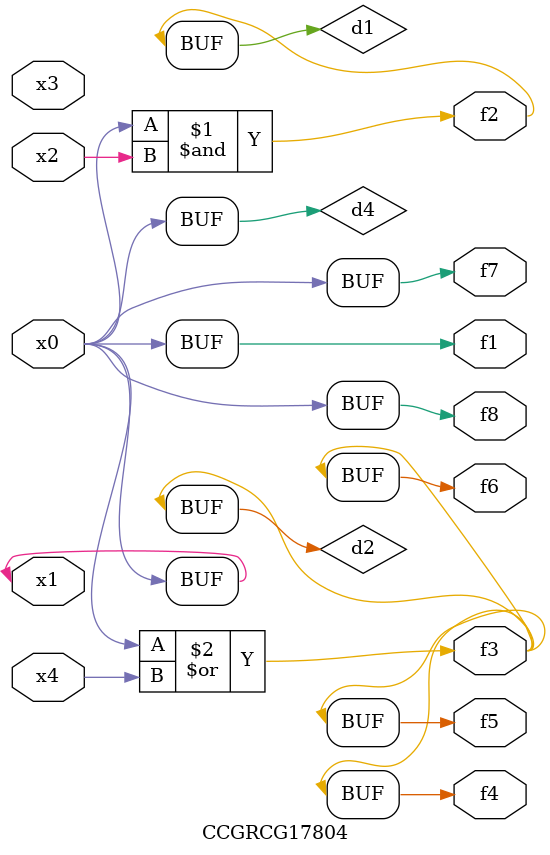
<source format=v>
module CCGRCG17804(
	input x0, x1, x2, x3, x4,
	output f1, f2, f3, f4, f5, f6, f7, f8
);

	wire d1, d2, d3, d4;

	and (d1, x0, x2);
	or (d2, x0, x4);
	nand (d3, x0, x2);
	buf (d4, x0, x1);
	assign f1 = d4;
	assign f2 = d1;
	assign f3 = d2;
	assign f4 = d2;
	assign f5 = d2;
	assign f6 = d2;
	assign f7 = d4;
	assign f8 = d4;
endmodule

</source>
